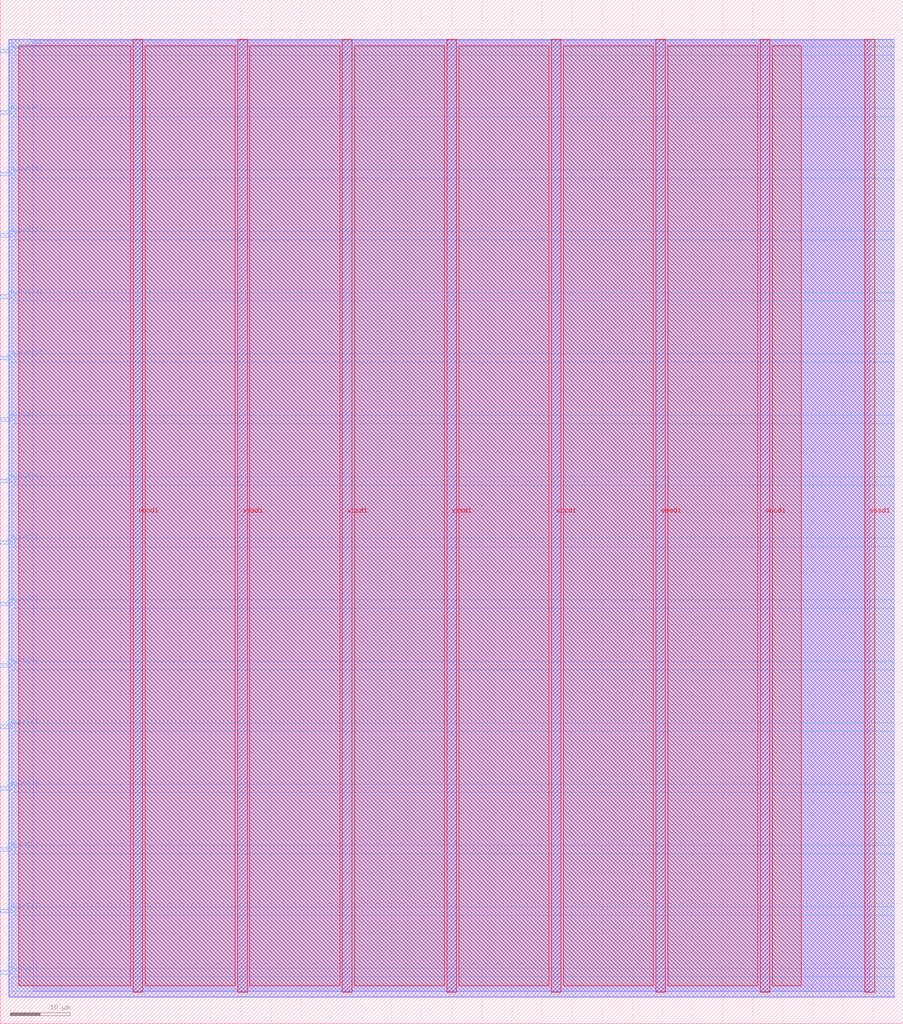
<source format=lef>
VERSION 5.7 ;
  NOWIREEXTENSIONATPIN ON ;
  DIVIDERCHAR "/" ;
  BUSBITCHARS "[]" ;
MACRO HiddenRoom_HiddenCPU
  CLASS BLOCK ;
  FOREIGN HiddenRoom_HiddenCPU ;
  ORIGIN 0.000 0.000 ;
  SIZE 150.000 BY 170.000 ;
  PIN io_in[0]
    DIRECTION INPUT ;
    USE SIGNAL ;
    PORT
      LAYER met3 ;
        RECT 0.000 8.200 2.000 8.800 ;
    END
  END io_in[0]
  PIN io_in[1]
    DIRECTION INPUT ;
    USE SIGNAL ;
    PORT
      LAYER met3 ;
        RECT 0.000 18.400 2.000 19.000 ;
    END
  END io_in[1]
  PIN io_in[2]
    DIRECTION INPUT ;
    USE SIGNAL ;
    PORT
      LAYER met3 ;
        RECT 0.000 28.600 2.000 29.200 ;
    END
  END io_in[2]
  PIN io_in[3]
    DIRECTION INPUT ;
    USE SIGNAL ;
    PORT
      LAYER met3 ;
        RECT 0.000 38.800 2.000 39.400 ;
    END
  END io_in[3]
  PIN io_in[4]
    DIRECTION INPUT ;
    USE SIGNAL ;
    PORT
      LAYER met3 ;
        RECT 0.000 49.000 2.000 49.600 ;
    END
  END io_in[4]
  PIN io_in[5]
    DIRECTION INPUT ;
    USE SIGNAL ;
    PORT
      LAYER met3 ;
        RECT 0.000 59.200 2.000 59.800 ;
    END
  END io_in[5]
  PIN io_in[6]
    DIRECTION INPUT ;
    USE SIGNAL ;
    PORT
      LAYER met3 ;
        RECT 0.000 69.400 2.000 70.000 ;
    END
  END io_in[6]
  PIN io_in[7]
    DIRECTION INPUT ;
    USE SIGNAL ;
    PORT
      LAYER met3 ;
        RECT 0.000 79.600 2.000 80.200 ;
    END
  END io_in[7]
  PIN io_out[0]
    DIRECTION OUTPUT TRISTATE ;
    USE SIGNAL ;
    PORT
      LAYER met3 ;
        RECT 0.000 89.800 2.000 90.400 ;
    END
  END io_out[0]
  PIN io_out[1]
    DIRECTION OUTPUT TRISTATE ;
    USE SIGNAL ;
    PORT
      LAYER met3 ;
        RECT 0.000 100.000 2.000 100.600 ;
    END
  END io_out[1]
  PIN io_out[2]
    DIRECTION OUTPUT TRISTATE ;
    USE SIGNAL ;
    PORT
      LAYER met3 ;
        RECT 0.000 110.200 2.000 110.800 ;
    END
  END io_out[2]
  PIN io_out[3]
    DIRECTION OUTPUT TRISTATE ;
    USE SIGNAL ;
    PORT
      LAYER met3 ;
        RECT 0.000 120.400 2.000 121.000 ;
    END
  END io_out[3]
  PIN io_out[4]
    DIRECTION OUTPUT TRISTATE ;
    USE SIGNAL ;
    PORT
      LAYER met3 ;
        RECT 0.000 130.600 2.000 131.200 ;
    END
  END io_out[4]
  PIN io_out[5]
    DIRECTION OUTPUT TRISTATE ;
    USE SIGNAL ;
    PORT
      LAYER met3 ;
        RECT 0.000 140.800 2.000 141.400 ;
    END
  END io_out[5]
  PIN io_out[6]
    DIRECTION OUTPUT TRISTATE ;
    USE SIGNAL ;
    PORT
      LAYER met3 ;
        RECT 0.000 151.000 2.000 151.600 ;
    END
  END io_out[6]
  PIN io_out[7]
    DIRECTION OUTPUT TRISTATE ;
    USE SIGNAL ;
    PORT
      LAYER met3 ;
        RECT 0.000 161.200 2.000 161.800 ;
    END
  END io_out[7]
  PIN vccd1
    DIRECTION INOUT ;
    USE POWER ;
    PORT
      LAYER met4 ;
        RECT 22.085 5.200 23.685 163.440 ;
    END
    PORT
      LAYER met4 ;
        RECT 56.815 5.200 58.415 163.440 ;
    END
    PORT
      LAYER met4 ;
        RECT 91.545 5.200 93.145 163.440 ;
    END
    PORT
      LAYER met4 ;
        RECT 126.275 5.200 127.875 163.440 ;
    END
  END vccd1
  PIN vssd1
    DIRECTION INOUT ;
    USE GROUND ;
    PORT
      LAYER met4 ;
        RECT 39.450 5.200 41.050 163.440 ;
    END
    PORT
      LAYER met4 ;
        RECT 74.180 5.200 75.780 163.440 ;
    END
    PORT
      LAYER met4 ;
        RECT 108.910 5.200 110.510 163.440 ;
    END
    PORT
      LAYER met4 ;
        RECT 143.640 5.200 145.240 163.440 ;
    END
  END vssd1
  OBS
      LAYER li1 ;
        RECT 5.520 5.355 144.440 163.285 ;
      LAYER met1 ;
        RECT 1.450 4.460 148.510 163.440 ;
      LAYER met2 ;
        RECT 1.480 4.430 148.490 163.385 ;
      LAYER met3 ;
        RECT 1.905 162.200 148.515 163.365 ;
        RECT 2.400 160.800 148.515 162.200 ;
        RECT 1.905 152.000 148.515 160.800 ;
        RECT 2.400 150.600 148.515 152.000 ;
        RECT 1.905 141.800 148.515 150.600 ;
        RECT 2.400 140.400 148.515 141.800 ;
        RECT 1.905 131.600 148.515 140.400 ;
        RECT 2.400 130.200 148.515 131.600 ;
        RECT 1.905 121.400 148.515 130.200 ;
        RECT 2.400 120.000 148.515 121.400 ;
        RECT 1.905 111.200 148.515 120.000 ;
        RECT 2.400 109.800 148.515 111.200 ;
        RECT 1.905 101.000 148.515 109.800 ;
        RECT 2.400 99.600 148.515 101.000 ;
        RECT 1.905 90.800 148.515 99.600 ;
        RECT 2.400 89.400 148.515 90.800 ;
        RECT 1.905 80.600 148.515 89.400 ;
        RECT 2.400 79.200 148.515 80.600 ;
        RECT 1.905 70.400 148.515 79.200 ;
        RECT 2.400 69.000 148.515 70.400 ;
        RECT 1.905 60.200 148.515 69.000 ;
        RECT 2.400 58.800 148.515 60.200 ;
        RECT 1.905 50.000 148.515 58.800 ;
        RECT 2.400 48.600 148.515 50.000 ;
        RECT 1.905 39.800 148.515 48.600 ;
        RECT 2.400 38.400 148.515 39.800 ;
        RECT 1.905 29.600 148.515 38.400 ;
        RECT 2.400 28.200 148.515 29.600 ;
        RECT 1.905 19.400 148.515 28.200 ;
        RECT 2.400 18.000 148.515 19.400 ;
        RECT 1.905 9.200 148.515 18.000 ;
        RECT 2.400 7.800 148.515 9.200 ;
        RECT 1.905 5.275 148.515 7.800 ;
      LAYER met4 ;
        RECT 3.055 6.295 21.685 162.345 ;
        RECT 24.085 6.295 39.050 162.345 ;
        RECT 41.450 6.295 56.415 162.345 ;
        RECT 58.815 6.295 73.780 162.345 ;
        RECT 76.180 6.295 91.145 162.345 ;
        RECT 93.545 6.295 108.510 162.345 ;
        RECT 110.910 6.295 125.875 162.345 ;
        RECT 128.275 6.295 133.105 162.345 ;
  END
END HiddenRoom_HiddenCPU
END LIBRARY


</source>
